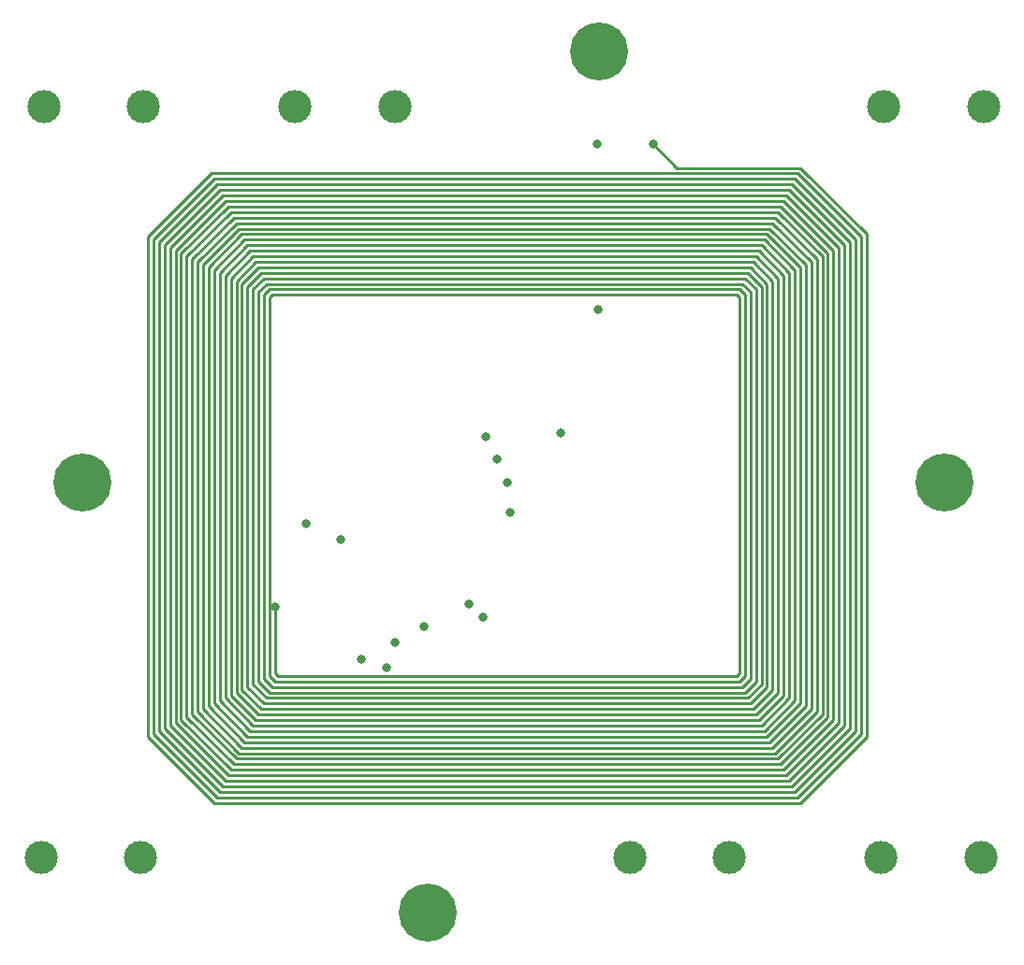
<source format=gbr>
%TF.GenerationSoftware,KiCad,Pcbnew,(5.1.10)-1*%
%TF.CreationDate,2022-06-07T21:04:52-07:00*%
%TF.ProjectId,solar-panel-side-Z,736f6c61-722d-4706-916e-656c2d736964,1.1*%
%TF.SameCoordinates,Original*%
%TF.FileFunction,Copper,L2,Inr*%
%TF.FilePolarity,Positive*%
%FSLAX46Y46*%
G04 Gerber Fmt 4.6, Leading zero omitted, Abs format (unit mm)*
G04 Created by KiCad (PCBNEW (5.1.10)-1) date 2022-06-07 21:04:52*
%MOMM*%
%LPD*%
G01*
G04 APERTURE LIST*
%TA.AperFunction,ComponentPad*%
%ADD10C,3.000000*%
%TD*%
%TA.AperFunction,ComponentPad*%
%ADD11C,5.250000*%
%TD*%
%TA.AperFunction,ViaPad*%
%ADD12C,0.800000*%
%TD*%
%TA.AperFunction,Conductor*%
%ADD13C,0.250000*%
%TD*%
G04 APERTURE END LIST*
D10*
%TO.N,Net-(SC5-Pad2)*%
%TO.C,SC5*%
X160000000Y-119000000D03*
%TO.N,Net-(SC4-Pad2)*%
X169000000Y-119000000D03*
%TD*%
D11*
%TO.N,Net-(J5-Pad1)*%
%TO.C,J5*%
X188500000Y-85000000D03*
%TD*%
%TO.N,Net-(J4-Pad1)*%
%TO.C,J4*%
X157250000Y-46000000D03*
%TD*%
%TO.N,Net-(J3-Pad1)*%
%TO.C,J3*%
X141750000Y-124000000D03*
%TD*%
%TO.N,Net-(J2-Pad1)*%
%TO.C,J2*%
X110500000Y-85000000D03*
%TD*%
D10*
%TO.N,Net-(D2-Pad2)*%
%TO.C,SC4*%
X191750000Y-119000000D03*
%TO.N,Net-(SC4-Pad2)*%
X182750000Y-119000000D03*
%TD*%
%TO.N,Net-(SC5-Pad2)*%
%TO.C,SC6*%
X115750000Y-119000000D03*
%TO.N,GND*%
X106750000Y-119000000D03*
%TD*%
%TO.N,Net-(SC2-Pad2)*%
%TO.C,SC3*%
X183000000Y-51000000D03*
%TO.N,GND*%
X192000000Y-51000000D03*
%TD*%
%TO.N,Net-(SC2-Pad2)*%
%TO.C,SC2*%
X138750000Y-51000000D03*
%TO.N,Net-(SC1-Pad2)*%
X129750000Y-51000000D03*
%TD*%
%TO.N,Net-(SC1-Pad2)*%
%TO.C,SC1*%
X116006000Y-51008000D03*
%TO.N,Net-(D1-Pad2)*%
X107006000Y-51008000D03*
%TD*%
D12*
%TO.N,GND*%
X157110000Y-69390000D03*
X153750000Y-80500000D03*
X138000000Y-101750000D03*
X130750000Y-88750000D03*
%TO.N,+3V3*%
X141425001Y-98054501D03*
X148971000Y-85026500D03*
%TO.N,VSOLAR*%
X149161500Y-87757000D03*
X133889750Y-90201750D03*
%TO.N,SDA*%
X145500000Y-96000000D03*
X135750000Y-101000000D03*
X147002500Y-80835500D03*
%TO.N,SCL*%
X146750000Y-97250000D03*
X138771500Y-99465000D03*
X148000000Y-82931000D03*
%TO.N,Net-(U2-Pad6)*%
X162110000Y-54352000D03*
X157030000Y-54352000D03*
X127952500Y-96266000D03*
%TD*%
D13*
%TO.N,Net-(U2-Pad6)*%
X127424000Y-68282000D02*
X127674000Y-68032000D01*
X171924000Y-67282000D02*
X171924000Y-103282000D01*
X127424000Y-67532000D02*
X169924000Y-67532000D01*
X127674000Y-103532000D02*
X126924000Y-102782000D01*
X170424000Y-66532000D02*
X171424000Y-67532000D01*
X118424000Y-63782000D02*
X123174000Y-59032000D01*
X169674000Y-102532000D02*
X128174000Y-102532000D01*
X123924000Y-66532000D02*
X125924000Y-64532000D01*
X169674000Y-102532000D02*
X169924000Y-102282000D01*
X125424000Y-108032000D02*
X122424000Y-105032000D01*
X119424000Y-64282000D02*
X123674000Y-60032000D01*
X127924000Y-102282000D02*
X128174000Y-102532000D01*
X127674000Y-68032000D02*
X169674000Y-68032000D01*
X170174000Y-67032000D02*
X170924000Y-67782000D01*
X179424000Y-63532000D02*
X179424000Y-107032000D01*
X127424000Y-102532000D02*
X127424000Y-68282000D01*
X169924000Y-68282000D02*
X169924000Y-102282000D01*
X170924000Y-105032000D02*
X126924000Y-105032000D01*
X126424000Y-103032000D02*
X126424000Y-67782000D01*
X169674000Y-68032000D02*
X169924000Y-68282000D01*
X124424000Y-66782000D02*
X126174000Y-65032000D01*
X170174000Y-103532000D02*
X127674000Y-103532000D01*
X170924000Y-102782000D02*
X170174000Y-103532000D01*
X125924000Y-67532000D02*
X126924000Y-66532000D01*
X171424000Y-103032000D02*
X170424000Y-104032000D01*
X125424000Y-67282000D02*
X126674000Y-66032000D01*
X126674000Y-66032000D02*
X170674000Y-66032000D01*
X124924000Y-67032000D02*
X126424000Y-65532000D01*
X127174000Y-67032000D02*
X170174000Y-67032000D01*
X126174000Y-106532000D02*
X123924000Y-104282000D01*
X125424000Y-103532000D02*
X125424000Y-67282000D01*
X169924000Y-103032000D02*
X127924000Y-103032000D01*
X180924000Y-107782000D02*
X175174000Y-113532000D01*
X170924000Y-67782000D02*
X170924000Y-102782000D01*
X170424000Y-68032000D02*
X170424000Y-102532000D01*
X170424000Y-102532000D02*
X169924000Y-103032000D01*
X171424000Y-67532000D02*
X171424000Y-103032000D01*
X174424000Y-112032000D02*
X123424000Y-112032000D01*
X126424000Y-67782000D02*
X127174000Y-67032000D01*
X169924000Y-67532000D02*
X170424000Y-68032000D01*
X173924000Y-111032000D02*
X123924000Y-111032000D01*
X174924000Y-57532000D02*
X180424000Y-63032000D01*
X126424000Y-65532000D02*
X170924000Y-65532000D01*
X126924000Y-102782000D02*
X126924000Y-68032000D01*
X126924000Y-68032000D02*
X127424000Y-67532000D01*
X127924000Y-103032000D02*
X127424000Y-102532000D01*
X171924000Y-103282000D02*
X170674000Y-104532000D01*
X127424000Y-104032000D02*
X126424000Y-103032000D01*
X175174000Y-57032000D02*
X180924000Y-62782000D01*
X170424000Y-104032000D02*
X127424000Y-104032000D01*
X173174000Y-109532000D02*
X124674000Y-109532000D01*
X172424000Y-103532000D02*
X170924000Y-105032000D01*
X122424000Y-105032000D02*
X122424000Y-65782000D01*
X123424000Y-59532000D02*
X173924000Y-59532000D01*
X126674000Y-105532000D02*
X124924000Y-103782000D01*
X171174000Y-65032000D02*
X172924000Y-66782000D01*
X178424000Y-106532000D02*
X173924000Y-111032000D01*
X119924000Y-106282000D02*
X119924000Y-64532000D01*
X171174000Y-105532000D02*
X126674000Y-105532000D01*
X123674000Y-111532000D02*
X118924000Y-106782000D01*
X171924000Y-107032000D02*
X125924000Y-107032000D01*
X125424000Y-63532000D02*
X171924000Y-63532000D01*
X122424000Y-65782000D02*
X125174000Y-63032000D01*
X123424000Y-104532000D02*
X123424000Y-66282000D01*
X171924000Y-63532000D02*
X174424000Y-66032000D01*
X170924000Y-65532000D02*
X172424000Y-67032000D01*
X178424000Y-64032000D02*
X178424000Y-106532000D01*
X124174000Y-110532000D02*
X119924000Y-106282000D01*
X119924000Y-64532000D02*
X123924000Y-60532000D01*
X126424000Y-106032000D02*
X124424000Y-104032000D01*
X173924000Y-59532000D02*
X178424000Y-64032000D01*
X117924000Y-63532000D02*
X122924000Y-58532000D01*
X173424000Y-66532000D02*
X173424000Y-104032000D01*
X118924000Y-106782000D02*
X118924000Y-64032000D01*
X123174000Y-59032000D02*
X174174000Y-59032000D01*
X180424000Y-63032000D02*
X180424000Y-107532000D01*
X174174000Y-111532000D02*
X123674000Y-111532000D01*
X178924000Y-63782000D02*
X178924000Y-106782000D01*
X172424000Y-67032000D02*
X172424000Y-103532000D01*
X123924000Y-111032000D02*
X119424000Y-106532000D01*
X174424000Y-58532000D02*
X179424000Y-63532000D01*
X170674000Y-104532000D02*
X127174000Y-104532000D01*
X126174000Y-65032000D02*
X171174000Y-65032000D01*
X122924000Y-58532000D02*
X174424000Y-58532000D01*
X117924000Y-107282000D02*
X117924000Y-63532000D01*
X171424000Y-106032000D02*
X126424000Y-106032000D01*
X172924000Y-66782000D02*
X172924000Y-103782000D01*
X126924000Y-105032000D02*
X125424000Y-103532000D01*
X123174000Y-112532000D02*
X117924000Y-107282000D01*
X179424000Y-107032000D02*
X174424000Y-112032000D01*
X122424000Y-114032000D02*
X116424000Y-108032000D01*
X181424000Y-108032000D02*
X175424000Y-114032000D01*
X174924000Y-113032000D02*
X122924000Y-113032000D01*
X173424000Y-104032000D02*
X171424000Y-106032000D01*
X125924000Y-103282000D02*
X125924000Y-67532000D01*
X124924000Y-103782000D02*
X124924000Y-67032000D01*
X123924000Y-104282000D02*
X123924000Y-66532000D01*
X118424000Y-107032000D02*
X118424000Y-63782000D01*
X174674000Y-112532000D02*
X123174000Y-112532000D01*
X172424000Y-108032000D02*
X125424000Y-108032000D01*
X117424000Y-107532000D02*
X117424000Y-63282000D01*
X122424000Y-57532000D02*
X174924000Y-57532000D01*
X174174000Y-59032000D02*
X178924000Y-63782000D01*
X173924000Y-104282000D02*
X171674000Y-106532000D01*
X127174000Y-104532000D02*
X125924000Y-103282000D01*
X172924000Y-103782000D02*
X171174000Y-105532000D01*
X178924000Y-106782000D02*
X174174000Y-111532000D01*
X180924000Y-62782000D02*
X180924000Y-107782000D01*
X173674000Y-110532000D02*
X124174000Y-110532000D01*
X125924000Y-64532000D02*
X171424000Y-64532000D01*
X123674000Y-60032000D02*
X173674000Y-60032000D01*
X118924000Y-64032000D02*
X123424000Y-59532000D01*
X170674000Y-66032000D02*
X171924000Y-67282000D01*
X177924000Y-64282000D02*
X177924000Y-106282000D01*
X125674000Y-64032000D02*
X171674000Y-64032000D01*
X122924000Y-66032000D02*
X125424000Y-63532000D01*
X124174000Y-61032000D02*
X173174000Y-61032000D01*
X116924000Y-107782000D02*
X116924000Y-63032000D01*
X175424000Y-56532000D02*
X181424000Y-62532000D01*
X120424000Y-64782000D02*
X124174000Y-61032000D01*
X125674000Y-107532000D02*
X122924000Y-104782000D01*
X122674000Y-58032000D02*
X174674000Y-58032000D01*
X122924000Y-113032000D02*
X117424000Y-107532000D01*
X173424000Y-60532000D02*
X177424000Y-64532000D01*
X175424000Y-105032000D02*
X172424000Y-108032000D01*
X172924000Y-109032000D02*
X124924000Y-109032000D01*
X124924000Y-62532000D02*
X172424000Y-62532000D01*
X177424000Y-64532000D02*
X177424000Y-106032000D01*
X174924000Y-104782000D02*
X172174000Y-107532000D01*
X172174000Y-63032000D02*
X174924000Y-65782000D01*
X174424000Y-66032000D02*
X174424000Y-104532000D01*
X122674000Y-113532000D02*
X116924000Y-107782000D01*
X175424000Y-65532000D02*
X175424000Y-105032000D01*
X121424000Y-105532000D02*
X121424000Y-65282000D01*
X171674000Y-64032000D02*
X173924000Y-66282000D01*
X173174000Y-61032000D02*
X176924000Y-64782000D01*
X175174000Y-113532000D02*
X122674000Y-113532000D01*
X180424000Y-107532000D02*
X174924000Y-113032000D01*
X172174000Y-107532000D02*
X125674000Y-107532000D01*
X175924000Y-105282000D02*
X172674000Y-108532000D01*
X172924000Y-61532000D02*
X176424000Y-65032000D01*
X172424000Y-62532000D02*
X175424000Y-65532000D01*
X173674000Y-60032000D02*
X177924000Y-64282000D01*
X121424000Y-65282000D02*
X124674000Y-62032000D01*
X119424000Y-106532000D02*
X119424000Y-64282000D01*
X124424000Y-104032000D02*
X124424000Y-66782000D01*
X179924000Y-63282000D02*
X179924000Y-107282000D01*
X171674000Y-106532000D02*
X126174000Y-106532000D01*
X174424000Y-104532000D02*
X171924000Y-107032000D01*
X116924000Y-63032000D02*
X122424000Y-57532000D01*
X123424000Y-66282000D02*
X125674000Y-64032000D01*
X175924000Y-65282000D02*
X175924000Y-105282000D01*
X122174000Y-57032000D02*
X175174000Y-57032000D01*
X124424000Y-61532000D02*
X172924000Y-61532000D01*
X174674000Y-58032000D02*
X179924000Y-63282000D01*
X173424000Y-110032000D02*
X124424000Y-110032000D01*
X176424000Y-105532000D02*
X172924000Y-109032000D01*
X171424000Y-64532000D02*
X173424000Y-66532000D01*
X120424000Y-106032000D02*
X120424000Y-64782000D01*
X120924000Y-105782000D02*
X120924000Y-65032000D01*
X176924000Y-105782000D02*
X173174000Y-109532000D01*
X116424000Y-62782000D02*
X122174000Y-57032000D01*
X121924000Y-65532000D02*
X124924000Y-62532000D01*
X177424000Y-106032000D02*
X173424000Y-110032000D01*
X125924000Y-107032000D02*
X123424000Y-104532000D01*
X121924000Y-105282000D02*
X121924000Y-65532000D01*
X116424000Y-108032000D02*
X116424000Y-62782000D01*
X123424000Y-112032000D02*
X118424000Y-107032000D01*
X177924000Y-106282000D02*
X173674000Y-110532000D01*
X176924000Y-64782000D02*
X176924000Y-105782000D01*
X124674000Y-109532000D02*
X120924000Y-105782000D01*
X124924000Y-109032000D02*
X121424000Y-105532000D01*
X181424000Y-62532000D02*
X181424000Y-108032000D01*
X124424000Y-110032000D02*
X120424000Y-106032000D01*
X120924000Y-65032000D02*
X124424000Y-61532000D01*
X172674000Y-62032000D02*
X175924000Y-65282000D01*
X172674000Y-108532000D02*
X125174000Y-108532000D01*
X126924000Y-66532000D02*
X170424000Y-66532000D01*
X179924000Y-107282000D02*
X174674000Y-112532000D01*
X124674000Y-62032000D02*
X172674000Y-62032000D01*
X175424000Y-114032000D02*
X122424000Y-114032000D01*
X125174000Y-63032000D02*
X172174000Y-63032000D01*
X123924000Y-60532000D02*
X173424000Y-60532000D01*
X117424000Y-63282000D02*
X122674000Y-58032000D01*
X176424000Y-65032000D02*
X176424000Y-105532000D01*
X174924000Y-65782000D02*
X174924000Y-104782000D01*
X173924000Y-66282000D02*
X173924000Y-104282000D01*
X122924000Y-104782000D02*
X122924000Y-66032000D01*
X125174000Y-108532000D02*
X121924000Y-105282000D01*
X164290000Y-56532000D02*
X162110000Y-54352000D01*
X166576000Y-56532000D02*
X164798000Y-56532000D01*
X175424000Y-56532000D02*
X166576000Y-56532000D01*
X166576000Y-56532000D02*
X164290000Y-56532000D01*
X127924000Y-96294500D02*
X127952500Y-96266000D01*
X127924000Y-102282000D02*
X127924000Y-96294500D01*
%TD*%
M02*

</source>
